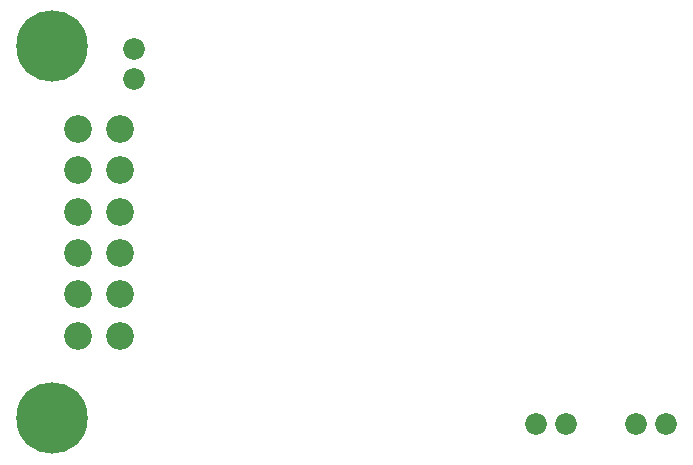
<source format=gbs>
G04 (created by PCBNEW (2013-07-07 BZR 4022)-stable) date 10/14/2016 2:41:48 PM*
%MOIN*%
G04 Gerber Fmt 3.4, Leading zero omitted, Abs format*
%FSLAX34Y34*%
G01*
G70*
G90*
G04 APERTURE LIST*
%ADD10C,0.00590551*%
%ADD11C,0.0724409*%
%ADD12C,0.092126*%
%ADD13C,0.237795*%
G04 APERTURE END LIST*
G54D10*
G54D11*
X58177Y-44685D03*
X57177Y-44685D03*
X61523Y-44685D03*
X60523Y-44685D03*
X43799Y-32177D03*
X43799Y-33177D03*
G54D12*
X43307Y-34842D03*
X43307Y-36220D03*
X43307Y-37598D03*
X43307Y-38976D03*
X43307Y-40354D03*
X43307Y-41732D03*
X41929Y-34842D03*
X41929Y-36220D03*
X41929Y-37598D03*
X41929Y-38976D03*
X41929Y-40354D03*
X41929Y-41732D03*
G54D13*
X41062Y-32086D03*
X41062Y-44488D03*
M02*

</source>
